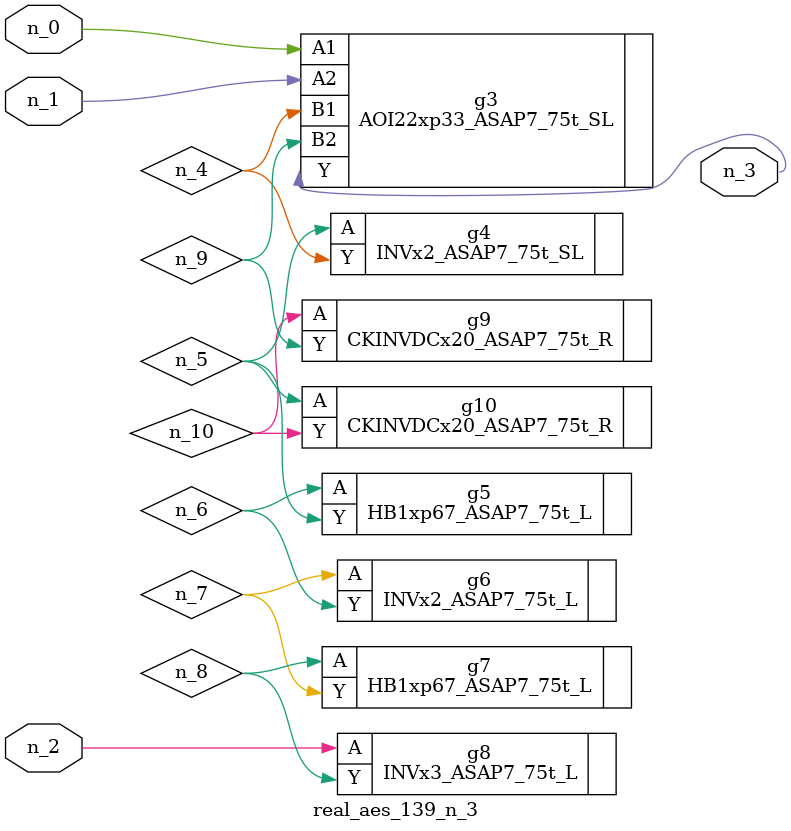
<source format=v>
module real_aes_139_n_3 (n_0, n_2, n_1, n_3);
input n_0;
input n_2;
input n_1;
output n_3;
wire n_4;
wire n_5;
wire n_7;
wire n_9;
wire n_6;
wire n_8;
wire n_10;
AOI22xp33_ASAP7_75t_SL g3 ( .A1(n_0), .A2(n_1), .B1(n_4), .B2(n_9), .Y(n_3) );
INVx3_ASAP7_75t_L g8 ( .A(n_2), .Y(n_8) );
INVx2_ASAP7_75t_SL g4 ( .A(n_5), .Y(n_4) );
CKINVDCx20_ASAP7_75t_R g10 ( .A(n_5), .Y(n_10) );
HB1xp67_ASAP7_75t_L g5 ( .A(n_6), .Y(n_5) );
INVx2_ASAP7_75t_L g6 ( .A(n_7), .Y(n_6) );
HB1xp67_ASAP7_75t_L g7 ( .A(n_8), .Y(n_7) );
CKINVDCx20_ASAP7_75t_R g9 ( .A(n_10), .Y(n_9) );
endmodule
</source>
